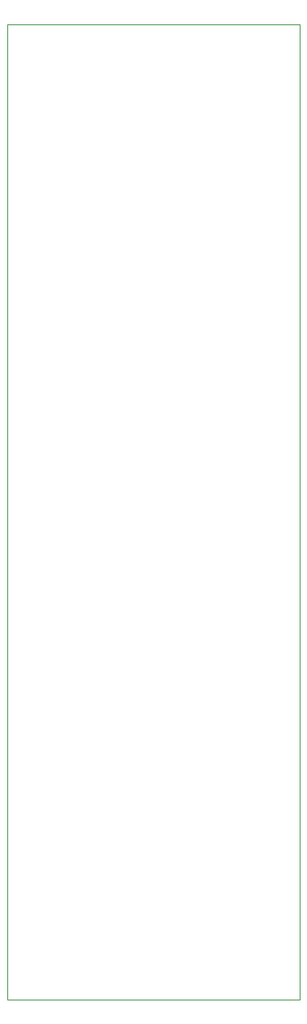
<source format=gbr>
%TF.GenerationSoftware,KiCad,Pcbnew,(5.1.9)-1*%
%TF.CreationDate,2021-05-09T23:01:39-04:00*%
%TF.ProjectId,main,6d61696e-2e6b-4696-9361-645f70636258,rev?*%
%TF.SameCoordinates,Original*%
%TF.FileFunction,Profile,NP*%
%FSLAX46Y46*%
G04 Gerber Fmt 4.6, Leading zero omitted, Abs format (unit mm)*
G04 Created by KiCad (PCBNEW (5.1.9)-1) date 2021-05-09 23:01:39*
%MOMM*%
%LPD*%
G01*
G04 APERTURE LIST*
%TA.AperFunction,Profile*%
%ADD10C,0.050000*%
%TD*%
G04 APERTURE END LIST*
D10*
X152400000Y-50800000D02*
X152400000Y-152400000D01*
X182880000Y-50800000D02*
X152400000Y-50800000D01*
X182880000Y-152400000D02*
X182880000Y-50800000D01*
X152400000Y-152400000D02*
X182880000Y-152400000D01*
M02*

</source>
